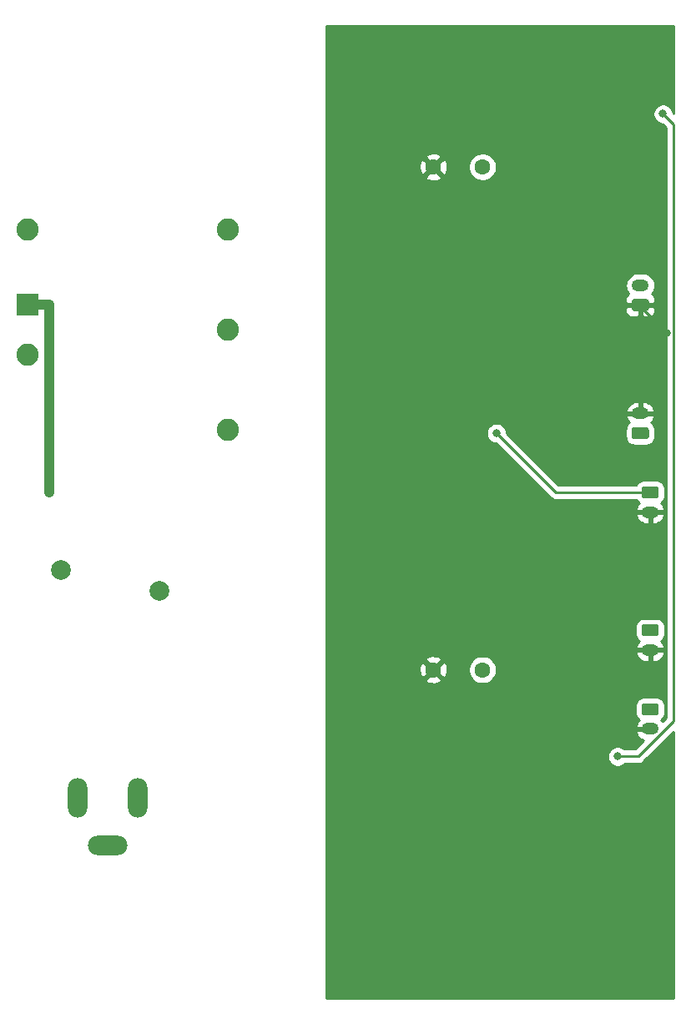
<source format=gbl>
G04 #@! TF.GenerationSoftware,KiCad,Pcbnew,(5.1.5-0)*
G04 #@! TF.CreationDate,2021-01-13T09:50:43-07:00*
G04 #@! TF.ProjectId,power_cui,706f7765-725f-4637-9569-2e6b69636164,rev?*
G04 #@! TF.SameCoordinates,Original*
G04 #@! TF.FileFunction,Copper,L2,Bot*
G04 #@! TF.FilePolarity,Positive*
%FSLAX46Y46*%
G04 Gerber Fmt 4.6, Leading zero omitted, Abs format (unit mm)*
G04 Created by KiCad (PCBNEW (5.1.5-0)) date 2021-01-13 09:50:43*
%MOMM*%
%LPD*%
G04 APERTURE LIST*
%ADD10C,1.600000*%
%ADD11O,2.000000X4.000000*%
%ADD12O,4.000000X2.000000*%
%ADD13O,1.750000X1.200000*%
%ADD14C,0.100000*%
%ADD15R,2.250000X2.250000*%
%ADD16C,2.250000*%
%ADD17C,2.000000*%
%ADD18C,0.800000*%
%ADD19C,1.000000*%
%ADD20C,0.250000*%
%ADD21C,0.254000*%
G04 APERTURE END LIST*
D10*
X135000000Y-65000000D03*
X130000000Y-65000000D03*
X130000000Y-116000000D03*
X135000000Y-116000000D03*
D11*
X100000000Y-129000000D03*
D12*
X97000000Y-133800000D03*
D11*
X93900000Y-129000000D03*
D13*
X151000000Y-90000000D03*
G04 #@! TA.AperFunction,ComponentPad*
D14*
G36*
X151649505Y-91401204D02*
G01*
X151673773Y-91404804D01*
X151697572Y-91410765D01*
X151720671Y-91419030D01*
X151742850Y-91429520D01*
X151763893Y-91442132D01*
X151783599Y-91456747D01*
X151801777Y-91473223D01*
X151818253Y-91491401D01*
X151832868Y-91511107D01*
X151845480Y-91532150D01*
X151855970Y-91554329D01*
X151864235Y-91577428D01*
X151870196Y-91601227D01*
X151873796Y-91625495D01*
X151875000Y-91649999D01*
X151875000Y-92350001D01*
X151873796Y-92374505D01*
X151870196Y-92398773D01*
X151864235Y-92422572D01*
X151855970Y-92445671D01*
X151845480Y-92467850D01*
X151832868Y-92488893D01*
X151818253Y-92508599D01*
X151801777Y-92526777D01*
X151783599Y-92543253D01*
X151763893Y-92557868D01*
X151742850Y-92570480D01*
X151720671Y-92580970D01*
X151697572Y-92589235D01*
X151673773Y-92595196D01*
X151649505Y-92598796D01*
X151625001Y-92600000D01*
X150374999Y-92600000D01*
X150350495Y-92598796D01*
X150326227Y-92595196D01*
X150302428Y-92589235D01*
X150279329Y-92580970D01*
X150257150Y-92570480D01*
X150236107Y-92557868D01*
X150216401Y-92543253D01*
X150198223Y-92526777D01*
X150181747Y-92508599D01*
X150167132Y-92488893D01*
X150154520Y-92467850D01*
X150144030Y-92445671D01*
X150135765Y-92422572D01*
X150129804Y-92398773D01*
X150126204Y-92374505D01*
X150125000Y-92350001D01*
X150125000Y-91649999D01*
X150126204Y-91625495D01*
X150129804Y-91601227D01*
X150135765Y-91577428D01*
X150144030Y-91554329D01*
X150154520Y-91532150D01*
X150167132Y-91511107D01*
X150181747Y-91491401D01*
X150198223Y-91473223D01*
X150216401Y-91456747D01*
X150236107Y-91442132D01*
X150257150Y-91429520D01*
X150279329Y-91419030D01*
X150302428Y-91410765D01*
X150326227Y-91404804D01*
X150350495Y-91401204D01*
X150374999Y-91400000D01*
X151625001Y-91400000D01*
X151649505Y-91401204D01*
G37*
G04 #@! TD.AperFunction*
D13*
X152000000Y-122000000D03*
G04 #@! TA.AperFunction,ComponentPad*
D14*
G36*
X152649505Y-119401204D02*
G01*
X152673773Y-119404804D01*
X152697572Y-119410765D01*
X152720671Y-119419030D01*
X152742850Y-119429520D01*
X152763893Y-119442132D01*
X152783599Y-119456747D01*
X152801777Y-119473223D01*
X152818253Y-119491401D01*
X152832868Y-119511107D01*
X152845480Y-119532150D01*
X152855970Y-119554329D01*
X152864235Y-119577428D01*
X152870196Y-119601227D01*
X152873796Y-119625495D01*
X152875000Y-119649999D01*
X152875000Y-120350001D01*
X152873796Y-120374505D01*
X152870196Y-120398773D01*
X152864235Y-120422572D01*
X152855970Y-120445671D01*
X152845480Y-120467850D01*
X152832868Y-120488893D01*
X152818253Y-120508599D01*
X152801777Y-120526777D01*
X152783599Y-120543253D01*
X152763893Y-120557868D01*
X152742850Y-120570480D01*
X152720671Y-120580970D01*
X152697572Y-120589235D01*
X152673773Y-120595196D01*
X152649505Y-120598796D01*
X152625001Y-120600000D01*
X151374999Y-120600000D01*
X151350495Y-120598796D01*
X151326227Y-120595196D01*
X151302428Y-120589235D01*
X151279329Y-120580970D01*
X151257150Y-120570480D01*
X151236107Y-120557868D01*
X151216401Y-120543253D01*
X151198223Y-120526777D01*
X151181747Y-120508599D01*
X151167132Y-120488893D01*
X151154520Y-120467850D01*
X151144030Y-120445671D01*
X151135765Y-120422572D01*
X151129804Y-120398773D01*
X151126204Y-120374505D01*
X151125000Y-120350001D01*
X151125000Y-119649999D01*
X151126204Y-119625495D01*
X151129804Y-119601227D01*
X151135765Y-119577428D01*
X151144030Y-119554329D01*
X151154520Y-119532150D01*
X151167132Y-119511107D01*
X151181747Y-119491401D01*
X151198223Y-119473223D01*
X151216401Y-119456747D01*
X151236107Y-119442132D01*
X151257150Y-119429520D01*
X151279329Y-119419030D01*
X151302428Y-119410765D01*
X151326227Y-119404804D01*
X151350495Y-119401204D01*
X151374999Y-119400000D01*
X152625001Y-119400000D01*
X152649505Y-119401204D01*
G37*
G04 #@! TD.AperFunction*
D13*
X151000000Y-77000000D03*
G04 #@! TA.AperFunction,ComponentPad*
D14*
G36*
X151649505Y-78401204D02*
G01*
X151673773Y-78404804D01*
X151697572Y-78410765D01*
X151720671Y-78419030D01*
X151742850Y-78429520D01*
X151763893Y-78442132D01*
X151783599Y-78456747D01*
X151801777Y-78473223D01*
X151818253Y-78491401D01*
X151832868Y-78511107D01*
X151845480Y-78532150D01*
X151855970Y-78554329D01*
X151864235Y-78577428D01*
X151870196Y-78601227D01*
X151873796Y-78625495D01*
X151875000Y-78649999D01*
X151875000Y-79350001D01*
X151873796Y-79374505D01*
X151870196Y-79398773D01*
X151864235Y-79422572D01*
X151855970Y-79445671D01*
X151845480Y-79467850D01*
X151832868Y-79488893D01*
X151818253Y-79508599D01*
X151801777Y-79526777D01*
X151783599Y-79543253D01*
X151763893Y-79557868D01*
X151742850Y-79570480D01*
X151720671Y-79580970D01*
X151697572Y-79589235D01*
X151673773Y-79595196D01*
X151649505Y-79598796D01*
X151625001Y-79600000D01*
X150374999Y-79600000D01*
X150350495Y-79598796D01*
X150326227Y-79595196D01*
X150302428Y-79589235D01*
X150279329Y-79580970D01*
X150257150Y-79570480D01*
X150236107Y-79557868D01*
X150216401Y-79543253D01*
X150198223Y-79526777D01*
X150181747Y-79508599D01*
X150167132Y-79488893D01*
X150154520Y-79467850D01*
X150144030Y-79445671D01*
X150135765Y-79422572D01*
X150129804Y-79398773D01*
X150126204Y-79374505D01*
X150125000Y-79350001D01*
X150125000Y-78649999D01*
X150126204Y-78625495D01*
X150129804Y-78601227D01*
X150135765Y-78577428D01*
X150144030Y-78554329D01*
X150154520Y-78532150D01*
X150167132Y-78511107D01*
X150181747Y-78491401D01*
X150198223Y-78473223D01*
X150216401Y-78456747D01*
X150236107Y-78442132D01*
X150257150Y-78429520D01*
X150279329Y-78419030D01*
X150302428Y-78410765D01*
X150326227Y-78404804D01*
X150350495Y-78401204D01*
X150374999Y-78400000D01*
X151625001Y-78400000D01*
X151649505Y-78401204D01*
G37*
G04 #@! TD.AperFunction*
D13*
X152000000Y-114000000D03*
G04 #@! TA.AperFunction,ComponentPad*
D14*
G36*
X152649505Y-111401204D02*
G01*
X152673773Y-111404804D01*
X152697572Y-111410765D01*
X152720671Y-111419030D01*
X152742850Y-111429520D01*
X152763893Y-111442132D01*
X152783599Y-111456747D01*
X152801777Y-111473223D01*
X152818253Y-111491401D01*
X152832868Y-111511107D01*
X152845480Y-111532150D01*
X152855970Y-111554329D01*
X152864235Y-111577428D01*
X152870196Y-111601227D01*
X152873796Y-111625495D01*
X152875000Y-111649999D01*
X152875000Y-112350001D01*
X152873796Y-112374505D01*
X152870196Y-112398773D01*
X152864235Y-112422572D01*
X152855970Y-112445671D01*
X152845480Y-112467850D01*
X152832868Y-112488893D01*
X152818253Y-112508599D01*
X152801777Y-112526777D01*
X152783599Y-112543253D01*
X152763893Y-112557868D01*
X152742850Y-112570480D01*
X152720671Y-112580970D01*
X152697572Y-112589235D01*
X152673773Y-112595196D01*
X152649505Y-112598796D01*
X152625001Y-112600000D01*
X151374999Y-112600000D01*
X151350495Y-112598796D01*
X151326227Y-112595196D01*
X151302428Y-112589235D01*
X151279329Y-112580970D01*
X151257150Y-112570480D01*
X151236107Y-112557868D01*
X151216401Y-112543253D01*
X151198223Y-112526777D01*
X151181747Y-112508599D01*
X151167132Y-112488893D01*
X151154520Y-112467850D01*
X151144030Y-112445671D01*
X151135765Y-112422572D01*
X151129804Y-112398773D01*
X151126204Y-112374505D01*
X151125000Y-112350001D01*
X151125000Y-111649999D01*
X151126204Y-111625495D01*
X151129804Y-111601227D01*
X151135765Y-111577428D01*
X151144030Y-111554329D01*
X151154520Y-111532150D01*
X151167132Y-111511107D01*
X151181747Y-111491401D01*
X151198223Y-111473223D01*
X151216401Y-111456747D01*
X151236107Y-111442132D01*
X151257150Y-111429520D01*
X151279329Y-111419030D01*
X151302428Y-111410765D01*
X151326227Y-111404804D01*
X151350495Y-111401204D01*
X151374999Y-111400000D01*
X152625001Y-111400000D01*
X152649505Y-111401204D01*
G37*
G04 #@! TD.AperFunction*
D13*
X152000000Y-100000000D03*
G04 #@! TA.AperFunction,ComponentPad*
D14*
G36*
X152649505Y-97401204D02*
G01*
X152673773Y-97404804D01*
X152697572Y-97410765D01*
X152720671Y-97419030D01*
X152742850Y-97429520D01*
X152763893Y-97442132D01*
X152783599Y-97456747D01*
X152801777Y-97473223D01*
X152818253Y-97491401D01*
X152832868Y-97511107D01*
X152845480Y-97532150D01*
X152855970Y-97554329D01*
X152864235Y-97577428D01*
X152870196Y-97601227D01*
X152873796Y-97625495D01*
X152875000Y-97649999D01*
X152875000Y-98350001D01*
X152873796Y-98374505D01*
X152870196Y-98398773D01*
X152864235Y-98422572D01*
X152855970Y-98445671D01*
X152845480Y-98467850D01*
X152832868Y-98488893D01*
X152818253Y-98508599D01*
X152801777Y-98526777D01*
X152783599Y-98543253D01*
X152763893Y-98557868D01*
X152742850Y-98570480D01*
X152720671Y-98580970D01*
X152697572Y-98589235D01*
X152673773Y-98595196D01*
X152649505Y-98598796D01*
X152625001Y-98600000D01*
X151374999Y-98600000D01*
X151350495Y-98598796D01*
X151326227Y-98595196D01*
X151302428Y-98589235D01*
X151279329Y-98580970D01*
X151257150Y-98570480D01*
X151236107Y-98557868D01*
X151216401Y-98543253D01*
X151198223Y-98526777D01*
X151181747Y-98508599D01*
X151167132Y-98488893D01*
X151154520Y-98467850D01*
X151144030Y-98445671D01*
X151135765Y-98422572D01*
X151129804Y-98398773D01*
X151126204Y-98374505D01*
X151125000Y-98350001D01*
X151125000Y-97649999D01*
X151126204Y-97625495D01*
X151129804Y-97601227D01*
X151135765Y-97577428D01*
X151144030Y-97554329D01*
X151154520Y-97532150D01*
X151167132Y-97511107D01*
X151181747Y-97491401D01*
X151198223Y-97473223D01*
X151216401Y-97456747D01*
X151236107Y-97442132D01*
X151257150Y-97429520D01*
X151279329Y-97419030D01*
X151302428Y-97410765D01*
X151326227Y-97404804D01*
X151350495Y-97401204D01*
X151374999Y-97400000D01*
X152625001Y-97400000D01*
X152649505Y-97401204D01*
G37*
G04 #@! TD.AperFunction*
D15*
X88840000Y-78960000D03*
D16*
X88840000Y-84040000D03*
X109160000Y-91660000D03*
X109160000Y-81500000D03*
X109160000Y-71340000D03*
X88840000Y-71340000D03*
D17*
X92200000Y-105900000D03*
X102200000Y-108000000D03*
D18*
X91000000Y-98000000D03*
X91000000Y-96000000D03*
X153675000Y-81800000D03*
X148700000Y-124800000D03*
X153300000Y-59600000D03*
X136400000Y-92000000D03*
D19*
X90965000Y-78960000D02*
X88840000Y-78960000D01*
X91000000Y-78995000D02*
X90965000Y-78960000D01*
X91000000Y-96000000D02*
X91000000Y-78995000D01*
X91000000Y-98000000D02*
X91000000Y-96000000D01*
D20*
X151000000Y-79125000D02*
X151000000Y-79000000D01*
X153675000Y-81800000D02*
X151000000Y-79125000D01*
X150783161Y-124800000D02*
X154400000Y-121183161D01*
X148700000Y-124800000D02*
X150783161Y-124800000D01*
X154400000Y-60700000D02*
X153300000Y-59600000D01*
X154400000Y-121183161D02*
X154400000Y-60700000D01*
X142400000Y-98000000D02*
X152000000Y-98000000D01*
X136400000Y-92000000D02*
X142400000Y-98000000D01*
D21*
G36*
X154340001Y-59565199D02*
G01*
X154335000Y-59560199D01*
X154335000Y-59498061D01*
X154295226Y-59298102D01*
X154217205Y-59109744D01*
X154103937Y-58940226D01*
X153959774Y-58796063D01*
X153790256Y-58682795D01*
X153601898Y-58604774D01*
X153401939Y-58565000D01*
X153198061Y-58565000D01*
X152998102Y-58604774D01*
X152809744Y-58682795D01*
X152640226Y-58796063D01*
X152496063Y-58940226D01*
X152382795Y-59109744D01*
X152304774Y-59298102D01*
X152265000Y-59498061D01*
X152265000Y-59701939D01*
X152304774Y-59901898D01*
X152382795Y-60090256D01*
X152496063Y-60259774D01*
X152640226Y-60403937D01*
X152809744Y-60517205D01*
X152998102Y-60595226D01*
X153198061Y-60635000D01*
X153260199Y-60635000D01*
X153640001Y-61014803D01*
X153640000Y-120868359D01*
X153259489Y-121248870D01*
X153238078Y-121216526D01*
X153113594Y-121090967D01*
X153118387Y-121088405D01*
X153252962Y-120977962D01*
X153363405Y-120843387D01*
X153445472Y-120689851D01*
X153496008Y-120523255D01*
X153513072Y-120350001D01*
X153513072Y-119649999D01*
X153496008Y-119476745D01*
X153445472Y-119310149D01*
X153363405Y-119156613D01*
X153252962Y-119022038D01*
X153118387Y-118911595D01*
X152964851Y-118829528D01*
X152798255Y-118778992D01*
X152625001Y-118761928D01*
X151374999Y-118761928D01*
X151201745Y-118778992D01*
X151035149Y-118829528D01*
X150881613Y-118911595D01*
X150747038Y-119022038D01*
X150636595Y-119156613D01*
X150554528Y-119310149D01*
X150503992Y-119476745D01*
X150486928Y-119649999D01*
X150486928Y-120350001D01*
X150503992Y-120523255D01*
X150554528Y-120689851D01*
X150636595Y-120843387D01*
X150747038Y-120977962D01*
X150881613Y-121088405D01*
X150886406Y-121090967D01*
X150761922Y-121216526D01*
X150627579Y-121419467D01*
X150535409Y-121644718D01*
X150531538Y-121682391D01*
X150656269Y-121873000D01*
X151873000Y-121873000D01*
X151873000Y-121853000D01*
X152127000Y-121853000D01*
X152127000Y-121873000D01*
X152147000Y-121873000D01*
X152147000Y-122127000D01*
X152127000Y-122127000D01*
X152127000Y-122147000D01*
X151873000Y-122147000D01*
X151873000Y-122127000D01*
X150656269Y-122127000D01*
X150531538Y-122317609D01*
X150535409Y-122355282D01*
X150627579Y-122580533D01*
X150761922Y-122783474D01*
X150933275Y-122956307D01*
X151135054Y-123092390D01*
X151332985Y-123175375D01*
X150468360Y-124040000D01*
X149403711Y-124040000D01*
X149359774Y-123996063D01*
X149190256Y-123882795D01*
X149001898Y-123804774D01*
X148801939Y-123765000D01*
X148598061Y-123765000D01*
X148398102Y-123804774D01*
X148209744Y-123882795D01*
X148040226Y-123996063D01*
X147896063Y-124140226D01*
X147782795Y-124309744D01*
X147704774Y-124498102D01*
X147665000Y-124698061D01*
X147665000Y-124901939D01*
X147704774Y-125101898D01*
X147782795Y-125290256D01*
X147896063Y-125459774D01*
X148040226Y-125603937D01*
X148209744Y-125717205D01*
X148398102Y-125795226D01*
X148598061Y-125835000D01*
X148801939Y-125835000D01*
X149001898Y-125795226D01*
X149190256Y-125717205D01*
X149359774Y-125603937D01*
X149403711Y-125560000D01*
X150745839Y-125560000D01*
X150783161Y-125563676D01*
X150820483Y-125560000D01*
X150820494Y-125560000D01*
X150932147Y-125549003D01*
X151075408Y-125505546D01*
X151207437Y-125434974D01*
X151323162Y-125340001D01*
X151346965Y-125310997D01*
X154340000Y-122317963D01*
X154340000Y-149340000D01*
X119127000Y-149340000D01*
X119127000Y-116992702D01*
X129186903Y-116992702D01*
X129258486Y-117236671D01*
X129513996Y-117357571D01*
X129788184Y-117426300D01*
X130070512Y-117440217D01*
X130350130Y-117398787D01*
X130616292Y-117303603D01*
X130741514Y-117236671D01*
X130813097Y-116992702D01*
X130000000Y-116179605D01*
X129186903Y-116992702D01*
X119127000Y-116992702D01*
X119127000Y-116070512D01*
X128559783Y-116070512D01*
X128601213Y-116350130D01*
X128696397Y-116616292D01*
X128763329Y-116741514D01*
X129007298Y-116813097D01*
X129820395Y-116000000D01*
X130179605Y-116000000D01*
X130992702Y-116813097D01*
X131236671Y-116741514D01*
X131357571Y-116486004D01*
X131426300Y-116211816D01*
X131440217Y-115929488D01*
X131429724Y-115858665D01*
X133565000Y-115858665D01*
X133565000Y-116141335D01*
X133620147Y-116418574D01*
X133728320Y-116679727D01*
X133885363Y-116914759D01*
X134085241Y-117114637D01*
X134320273Y-117271680D01*
X134581426Y-117379853D01*
X134858665Y-117435000D01*
X135141335Y-117435000D01*
X135418574Y-117379853D01*
X135679727Y-117271680D01*
X135914759Y-117114637D01*
X136114637Y-116914759D01*
X136271680Y-116679727D01*
X136379853Y-116418574D01*
X136435000Y-116141335D01*
X136435000Y-115858665D01*
X136379853Y-115581426D01*
X136271680Y-115320273D01*
X136114637Y-115085241D01*
X135914759Y-114885363D01*
X135679727Y-114728320D01*
X135418574Y-114620147D01*
X135141335Y-114565000D01*
X134858665Y-114565000D01*
X134581426Y-114620147D01*
X134320273Y-114728320D01*
X134085241Y-114885363D01*
X133885363Y-115085241D01*
X133728320Y-115320273D01*
X133620147Y-115581426D01*
X133565000Y-115858665D01*
X131429724Y-115858665D01*
X131398787Y-115649870D01*
X131303603Y-115383708D01*
X131236671Y-115258486D01*
X130992702Y-115186903D01*
X130179605Y-116000000D01*
X129820395Y-116000000D01*
X129007298Y-115186903D01*
X128763329Y-115258486D01*
X128642429Y-115513996D01*
X128573700Y-115788184D01*
X128559783Y-116070512D01*
X119127000Y-116070512D01*
X119127000Y-115007298D01*
X129186903Y-115007298D01*
X130000000Y-115820395D01*
X130813097Y-115007298D01*
X130741514Y-114763329D01*
X130486004Y-114642429D01*
X130211816Y-114573700D01*
X129929488Y-114559783D01*
X129649870Y-114601213D01*
X129383708Y-114696397D01*
X129258486Y-114763329D01*
X129186903Y-115007298D01*
X119127000Y-115007298D01*
X119127000Y-114317609D01*
X150531538Y-114317609D01*
X150535409Y-114355282D01*
X150627579Y-114580533D01*
X150761922Y-114783474D01*
X150933275Y-114956307D01*
X151135054Y-115092390D01*
X151359504Y-115186493D01*
X151598000Y-115235000D01*
X151873000Y-115235000D01*
X151873000Y-114127000D01*
X152127000Y-114127000D01*
X152127000Y-115235000D01*
X152402000Y-115235000D01*
X152640496Y-115186493D01*
X152864946Y-115092390D01*
X153066725Y-114956307D01*
X153238078Y-114783474D01*
X153372421Y-114580533D01*
X153464591Y-114355282D01*
X153468462Y-114317609D01*
X153343731Y-114127000D01*
X152127000Y-114127000D01*
X151873000Y-114127000D01*
X150656269Y-114127000D01*
X150531538Y-114317609D01*
X119127000Y-114317609D01*
X119127000Y-111649999D01*
X150486928Y-111649999D01*
X150486928Y-112350001D01*
X150503992Y-112523255D01*
X150554528Y-112689851D01*
X150636595Y-112843387D01*
X150747038Y-112977962D01*
X150881613Y-113088405D01*
X150886406Y-113090967D01*
X150761922Y-113216526D01*
X150627579Y-113419467D01*
X150535409Y-113644718D01*
X150531538Y-113682391D01*
X150656269Y-113873000D01*
X151873000Y-113873000D01*
X151873000Y-113853000D01*
X152127000Y-113853000D01*
X152127000Y-113873000D01*
X153343731Y-113873000D01*
X153468462Y-113682391D01*
X153464591Y-113644718D01*
X153372421Y-113419467D01*
X153238078Y-113216526D01*
X153113594Y-113090967D01*
X153118387Y-113088405D01*
X153252962Y-112977962D01*
X153363405Y-112843387D01*
X153445472Y-112689851D01*
X153496008Y-112523255D01*
X153513072Y-112350001D01*
X153513072Y-111649999D01*
X153496008Y-111476745D01*
X153445472Y-111310149D01*
X153363405Y-111156613D01*
X153252962Y-111022038D01*
X153118387Y-110911595D01*
X152964851Y-110829528D01*
X152798255Y-110778992D01*
X152625001Y-110761928D01*
X151374999Y-110761928D01*
X151201745Y-110778992D01*
X151035149Y-110829528D01*
X150881613Y-110911595D01*
X150747038Y-111022038D01*
X150636595Y-111156613D01*
X150554528Y-111310149D01*
X150503992Y-111476745D01*
X150486928Y-111649999D01*
X119127000Y-111649999D01*
X119127000Y-100317609D01*
X150531538Y-100317609D01*
X150535409Y-100355282D01*
X150627579Y-100580533D01*
X150761922Y-100783474D01*
X150933275Y-100956307D01*
X151135054Y-101092390D01*
X151359504Y-101186493D01*
X151598000Y-101235000D01*
X151873000Y-101235000D01*
X151873000Y-100127000D01*
X152127000Y-100127000D01*
X152127000Y-101235000D01*
X152402000Y-101235000D01*
X152640496Y-101186493D01*
X152864946Y-101092390D01*
X153066725Y-100956307D01*
X153238078Y-100783474D01*
X153372421Y-100580533D01*
X153464591Y-100355282D01*
X153468462Y-100317609D01*
X153343731Y-100127000D01*
X152127000Y-100127000D01*
X151873000Y-100127000D01*
X150656269Y-100127000D01*
X150531538Y-100317609D01*
X119127000Y-100317609D01*
X119127000Y-91898061D01*
X135365000Y-91898061D01*
X135365000Y-92101939D01*
X135404774Y-92301898D01*
X135482795Y-92490256D01*
X135596063Y-92659774D01*
X135740226Y-92803937D01*
X135909744Y-92917205D01*
X136098102Y-92995226D01*
X136298061Y-93035000D01*
X136360199Y-93035000D01*
X141836205Y-98511008D01*
X141859999Y-98540001D01*
X141888992Y-98563795D01*
X141888996Y-98563799D01*
X141959685Y-98621811D01*
X141975724Y-98634974D01*
X142107753Y-98705546D01*
X142251014Y-98749003D01*
X142362667Y-98760000D01*
X142362676Y-98760000D01*
X142399999Y-98763676D01*
X142437322Y-98760000D01*
X150592024Y-98760000D01*
X150636595Y-98843387D01*
X150747038Y-98977962D01*
X150881613Y-99088405D01*
X150886406Y-99090967D01*
X150761922Y-99216526D01*
X150627579Y-99419467D01*
X150535409Y-99644718D01*
X150531538Y-99682391D01*
X150656269Y-99873000D01*
X151873000Y-99873000D01*
X151873000Y-99853000D01*
X152127000Y-99853000D01*
X152127000Y-99873000D01*
X153343731Y-99873000D01*
X153468462Y-99682391D01*
X153464591Y-99644718D01*
X153372421Y-99419467D01*
X153238078Y-99216526D01*
X153113594Y-99090967D01*
X153118387Y-99088405D01*
X153252962Y-98977962D01*
X153363405Y-98843387D01*
X153445472Y-98689851D01*
X153496008Y-98523255D01*
X153513072Y-98350001D01*
X153513072Y-97649999D01*
X153496008Y-97476745D01*
X153445472Y-97310149D01*
X153363405Y-97156613D01*
X153252962Y-97022038D01*
X153118387Y-96911595D01*
X152964851Y-96829528D01*
X152798255Y-96778992D01*
X152625001Y-96761928D01*
X151374999Y-96761928D01*
X151201745Y-96778992D01*
X151035149Y-96829528D01*
X150881613Y-96911595D01*
X150747038Y-97022038D01*
X150636595Y-97156613D01*
X150592024Y-97240000D01*
X142714803Y-97240000D01*
X137435000Y-91960199D01*
X137435000Y-91898061D01*
X137395226Y-91698102D01*
X137375301Y-91649999D01*
X149486928Y-91649999D01*
X149486928Y-92350001D01*
X149503992Y-92523255D01*
X149554528Y-92689851D01*
X149636595Y-92843387D01*
X149747038Y-92977962D01*
X149881613Y-93088405D01*
X150035149Y-93170472D01*
X150201745Y-93221008D01*
X150374999Y-93238072D01*
X151625001Y-93238072D01*
X151798255Y-93221008D01*
X151964851Y-93170472D01*
X152118387Y-93088405D01*
X152252962Y-92977962D01*
X152363405Y-92843387D01*
X152445472Y-92689851D01*
X152496008Y-92523255D01*
X152513072Y-92350001D01*
X152513072Y-91649999D01*
X152496008Y-91476745D01*
X152445472Y-91310149D01*
X152363405Y-91156613D01*
X152252962Y-91022038D01*
X152118387Y-90911595D01*
X152113594Y-90909033D01*
X152238078Y-90783474D01*
X152372421Y-90580533D01*
X152464591Y-90355282D01*
X152468462Y-90317609D01*
X152343731Y-90127000D01*
X151127000Y-90127000D01*
X151127000Y-90147000D01*
X150873000Y-90147000D01*
X150873000Y-90127000D01*
X149656269Y-90127000D01*
X149531538Y-90317609D01*
X149535409Y-90355282D01*
X149627579Y-90580533D01*
X149761922Y-90783474D01*
X149886406Y-90909033D01*
X149881613Y-90911595D01*
X149747038Y-91022038D01*
X149636595Y-91156613D01*
X149554528Y-91310149D01*
X149503992Y-91476745D01*
X149486928Y-91649999D01*
X137375301Y-91649999D01*
X137317205Y-91509744D01*
X137203937Y-91340226D01*
X137059774Y-91196063D01*
X136890256Y-91082795D01*
X136701898Y-91004774D01*
X136501939Y-90965000D01*
X136298061Y-90965000D01*
X136098102Y-91004774D01*
X135909744Y-91082795D01*
X135740226Y-91196063D01*
X135596063Y-91340226D01*
X135482795Y-91509744D01*
X135404774Y-91698102D01*
X135365000Y-91898061D01*
X119127000Y-91898061D01*
X119127000Y-89682391D01*
X149531538Y-89682391D01*
X149656269Y-89873000D01*
X150873000Y-89873000D01*
X150873000Y-88765000D01*
X151127000Y-88765000D01*
X151127000Y-89873000D01*
X152343731Y-89873000D01*
X152468462Y-89682391D01*
X152464591Y-89644718D01*
X152372421Y-89419467D01*
X152238078Y-89216526D01*
X152066725Y-89043693D01*
X151864946Y-88907610D01*
X151640496Y-88813507D01*
X151402000Y-88765000D01*
X151127000Y-88765000D01*
X150873000Y-88765000D01*
X150598000Y-88765000D01*
X150359504Y-88813507D01*
X150135054Y-88907610D01*
X149933275Y-89043693D01*
X149761922Y-89216526D01*
X149627579Y-89419467D01*
X149535409Y-89644718D01*
X149531538Y-89682391D01*
X119127000Y-89682391D01*
X119127000Y-79600000D01*
X149486928Y-79600000D01*
X149499188Y-79724482D01*
X149535498Y-79844180D01*
X149594463Y-79954494D01*
X149673815Y-80051185D01*
X149770506Y-80130537D01*
X149880820Y-80189502D01*
X150000518Y-80225812D01*
X150125000Y-80238072D01*
X150714250Y-80235000D01*
X150873000Y-80076250D01*
X150873000Y-79127000D01*
X151127000Y-79127000D01*
X151127000Y-80076250D01*
X151285750Y-80235000D01*
X151875000Y-80238072D01*
X151999482Y-80225812D01*
X152119180Y-80189502D01*
X152229494Y-80130537D01*
X152326185Y-80051185D01*
X152405537Y-79954494D01*
X152464502Y-79844180D01*
X152500812Y-79724482D01*
X152513072Y-79600000D01*
X152510000Y-79285750D01*
X152351250Y-79127000D01*
X151127000Y-79127000D01*
X150873000Y-79127000D01*
X149648750Y-79127000D01*
X149490000Y-79285750D01*
X149486928Y-79600000D01*
X119127000Y-79600000D01*
X119127000Y-77000000D01*
X149484025Y-77000000D01*
X149507870Y-77242102D01*
X149578489Y-77474901D01*
X149693167Y-77689449D01*
X149819436Y-77843309D01*
X149770506Y-77869463D01*
X149673815Y-77948815D01*
X149594463Y-78045506D01*
X149535498Y-78155820D01*
X149499188Y-78275518D01*
X149486928Y-78400000D01*
X149490000Y-78714250D01*
X149648750Y-78873000D01*
X150873000Y-78873000D01*
X150873000Y-78853000D01*
X151127000Y-78853000D01*
X151127000Y-78873000D01*
X152351250Y-78873000D01*
X152510000Y-78714250D01*
X152513072Y-78400000D01*
X152500812Y-78275518D01*
X152464502Y-78155820D01*
X152405537Y-78045506D01*
X152326185Y-77948815D01*
X152229494Y-77869463D01*
X152180564Y-77843309D01*
X152306833Y-77689449D01*
X152421511Y-77474901D01*
X152492130Y-77242102D01*
X152515975Y-77000000D01*
X152492130Y-76757898D01*
X152421511Y-76525099D01*
X152306833Y-76310551D01*
X152152502Y-76122498D01*
X151964449Y-75968167D01*
X151749901Y-75853489D01*
X151517102Y-75782870D01*
X151335665Y-75765000D01*
X150664335Y-75765000D01*
X150482898Y-75782870D01*
X150250099Y-75853489D01*
X150035551Y-75968167D01*
X149847498Y-76122498D01*
X149693167Y-76310551D01*
X149578489Y-76525099D01*
X149507870Y-76757898D01*
X149484025Y-77000000D01*
X119127000Y-77000000D01*
X119127000Y-65992702D01*
X129186903Y-65992702D01*
X129258486Y-66236671D01*
X129513996Y-66357571D01*
X129788184Y-66426300D01*
X130070512Y-66440217D01*
X130350130Y-66398787D01*
X130616292Y-66303603D01*
X130741514Y-66236671D01*
X130813097Y-65992702D01*
X130000000Y-65179605D01*
X129186903Y-65992702D01*
X119127000Y-65992702D01*
X119127000Y-65070512D01*
X128559783Y-65070512D01*
X128601213Y-65350130D01*
X128696397Y-65616292D01*
X128763329Y-65741514D01*
X129007298Y-65813097D01*
X129820395Y-65000000D01*
X130179605Y-65000000D01*
X130992702Y-65813097D01*
X131236671Y-65741514D01*
X131357571Y-65486004D01*
X131426300Y-65211816D01*
X131440217Y-64929488D01*
X131429724Y-64858665D01*
X133565000Y-64858665D01*
X133565000Y-65141335D01*
X133620147Y-65418574D01*
X133728320Y-65679727D01*
X133885363Y-65914759D01*
X134085241Y-66114637D01*
X134320273Y-66271680D01*
X134581426Y-66379853D01*
X134858665Y-66435000D01*
X135141335Y-66435000D01*
X135418574Y-66379853D01*
X135679727Y-66271680D01*
X135914759Y-66114637D01*
X136114637Y-65914759D01*
X136271680Y-65679727D01*
X136379853Y-65418574D01*
X136435000Y-65141335D01*
X136435000Y-64858665D01*
X136379853Y-64581426D01*
X136271680Y-64320273D01*
X136114637Y-64085241D01*
X135914759Y-63885363D01*
X135679727Y-63728320D01*
X135418574Y-63620147D01*
X135141335Y-63565000D01*
X134858665Y-63565000D01*
X134581426Y-63620147D01*
X134320273Y-63728320D01*
X134085241Y-63885363D01*
X133885363Y-64085241D01*
X133728320Y-64320273D01*
X133620147Y-64581426D01*
X133565000Y-64858665D01*
X131429724Y-64858665D01*
X131398787Y-64649870D01*
X131303603Y-64383708D01*
X131236671Y-64258486D01*
X130992702Y-64186903D01*
X130179605Y-65000000D01*
X129820395Y-65000000D01*
X129007298Y-64186903D01*
X128763329Y-64258486D01*
X128642429Y-64513996D01*
X128573700Y-64788184D01*
X128559783Y-65070512D01*
X119127000Y-65070512D01*
X119127000Y-64007298D01*
X129186903Y-64007298D01*
X130000000Y-64820395D01*
X130813097Y-64007298D01*
X130741514Y-63763329D01*
X130486004Y-63642429D01*
X130211816Y-63573700D01*
X129929488Y-63559783D01*
X129649870Y-63601213D01*
X129383708Y-63696397D01*
X129258486Y-63763329D01*
X129186903Y-64007298D01*
X119127000Y-64007298D01*
X119127000Y-50660000D01*
X154340001Y-50660000D01*
X154340001Y-59565199D01*
G37*
X154340001Y-59565199D02*
X154335000Y-59560199D01*
X154335000Y-59498061D01*
X154295226Y-59298102D01*
X154217205Y-59109744D01*
X154103937Y-58940226D01*
X153959774Y-58796063D01*
X153790256Y-58682795D01*
X153601898Y-58604774D01*
X153401939Y-58565000D01*
X153198061Y-58565000D01*
X152998102Y-58604774D01*
X152809744Y-58682795D01*
X152640226Y-58796063D01*
X152496063Y-58940226D01*
X152382795Y-59109744D01*
X152304774Y-59298102D01*
X152265000Y-59498061D01*
X152265000Y-59701939D01*
X152304774Y-59901898D01*
X152382795Y-60090256D01*
X152496063Y-60259774D01*
X152640226Y-60403937D01*
X152809744Y-60517205D01*
X152998102Y-60595226D01*
X153198061Y-60635000D01*
X153260199Y-60635000D01*
X153640001Y-61014803D01*
X153640000Y-120868359D01*
X153259489Y-121248870D01*
X153238078Y-121216526D01*
X153113594Y-121090967D01*
X153118387Y-121088405D01*
X153252962Y-120977962D01*
X153363405Y-120843387D01*
X153445472Y-120689851D01*
X153496008Y-120523255D01*
X153513072Y-120350001D01*
X153513072Y-119649999D01*
X153496008Y-119476745D01*
X153445472Y-119310149D01*
X153363405Y-119156613D01*
X153252962Y-119022038D01*
X153118387Y-118911595D01*
X152964851Y-118829528D01*
X152798255Y-118778992D01*
X152625001Y-118761928D01*
X151374999Y-118761928D01*
X151201745Y-118778992D01*
X151035149Y-118829528D01*
X150881613Y-118911595D01*
X150747038Y-119022038D01*
X150636595Y-119156613D01*
X150554528Y-119310149D01*
X150503992Y-119476745D01*
X150486928Y-119649999D01*
X150486928Y-120350001D01*
X150503992Y-120523255D01*
X150554528Y-120689851D01*
X150636595Y-120843387D01*
X150747038Y-120977962D01*
X150881613Y-121088405D01*
X150886406Y-121090967D01*
X150761922Y-121216526D01*
X150627579Y-121419467D01*
X150535409Y-121644718D01*
X150531538Y-121682391D01*
X150656269Y-121873000D01*
X151873000Y-121873000D01*
X151873000Y-121853000D01*
X152127000Y-121853000D01*
X152127000Y-121873000D01*
X152147000Y-121873000D01*
X152147000Y-122127000D01*
X152127000Y-122127000D01*
X152127000Y-122147000D01*
X151873000Y-122147000D01*
X151873000Y-122127000D01*
X150656269Y-122127000D01*
X150531538Y-122317609D01*
X150535409Y-122355282D01*
X150627579Y-122580533D01*
X150761922Y-122783474D01*
X150933275Y-122956307D01*
X151135054Y-123092390D01*
X151332985Y-123175375D01*
X150468360Y-124040000D01*
X149403711Y-124040000D01*
X149359774Y-123996063D01*
X149190256Y-123882795D01*
X149001898Y-123804774D01*
X148801939Y-123765000D01*
X148598061Y-123765000D01*
X148398102Y-123804774D01*
X148209744Y-123882795D01*
X148040226Y-123996063D01*
X147896063Y-124140226D01*
X147782795Y-124309744D01*
X147704774Y-124498102D01*
X147665000Y-124698061D01*
X147665000Y-124901939D01*
X147704774Y-125101898D01*
X147782795Y-125290256D01*
X147896063Y-125459774D01*
X148040226Y-125603937D01*
X148209744Y-125717205D01*
X148398102Y-125795226D01*
X148598061Y-125835000D01*
X148801939Y-125835000D01*
X149001898Y-125795226D01*
X149190256Y-125717205D01*
X149359774Y-125603937D01*
X149403711Y-125560000D01*
X150745839Y-125560000D01*
X150783161Y-125563676D01*
X150820483Y-125560000D01*
X150820494Y-125560000D01*
X150932147Y-125549003D01*
X151075408Y-125505546D01*
X151207437Y-125434974D01*
X151323162Y-125340001D01*
X151346965Y-125310997D01*
X154340000Y-122317963D01*
X154340000Y-149340000D01*
X119127000Y-149340000D01*
X119127000Y-116992702D01*
X129186903Y-116992702D01*
X129258486Y-117236671D01*
X129513996Y-117357571D01*
X129788184Y-117426300D01*
X130070512Y-117440217D01*
X130350130Y-117398787D01*
X130616292Y-117303603D01*
X130741514Y-117236671D01*
X130813097Y-116992702D01*
X130000000Y-116179605D01*
X129186903Y-116992702D01*
X119127000Y-116992702D01*
X119127000Y-116070512D01*
X128559783Y-116070512D01*
X128601213Y-116350130D01*
X128696397Y-116616292D01*
X128763329Y-116741514D01*
X129007298Y-116813097D01*
X129820395Y-116000000D01*
X130179605Y-116000000D01*
X130992702Y-116813097D01*
X131236671Y-116741514D01*
X131357571Y-116486004D01*
X131426300Y-116211816D01*
X131440217Y-115929488D01*
X131429724Y-115858665D01*
X133565000Y-115858665D01*
X133565000Y-116141335D01*
X133620147Y-116418574D01*
X133728320Y-116679727D01*
X133885363Y-116914759D01*
X134085241Y-117114637D01*
X134320273Y-117271680D01*
X134581426Y-117379853D01*
X134858665Y-117435000D01*
X135141335Y-117435000D01*
X135418574Y-117379853D01*
X135679727Y-117271680D01*
X135914759Y-117114637D01*
X136114637Y-116914759D01*
X136271680Y-116679727D01*
X136379853Y-116418574D01*
X136435000Y-116141335D01*
X136435000Y-115858665D01*
X136379853Y-115581426D01*
X136271680Y-115320273D01*
X136114637Y-115085241D01*
X135914759Y-114885363D01*
X135679727Y-114728320D01*
X135418574Y-114620147D01*
X135141335Y-114565000D01*
X134858665Y-114565000D01*
X134581426Y-114620147D01*
X134320273Y-114728320D01*
X134085241Y-114885363D01*
X133885363Y-115085241D01*
X133728320Y-115320273D01*
X133620147Y-115581426D01*
X133565000Y-115858665D01*
X131429724Y-115858665D01*
X131398787Y-115649870D01*
X131303603Y-115383708D01*
X131236671Y-115258486D01*
X130992702Y-115186903D01*
X130179605Y-116000000D01*
X129820395Y-116000000D01*
X129007298Y-115186903D01*
X128763329Y-115258486D01*
X128642429Y-115513996D01*
X128573700Y-115788184D01*
X128559783Y-116070512D01*
X119127000Y-116070512D01*
X119127000Y-115007298D01*
X129186903Y-115007298D01*
X130000000Y-115820395D01*
X130813097Y-115007298D01*
X130741514Y-114763329D01*
X130486004Y-114642429D01*
X130211816Y-114573700D01*
X129929488Y-114559783D01*
X129649870Y-114601213D01*
X129383708Y-114696397D01*
X129258486Y-114763329D01*
X129186903Y-115007298D01*
X119127000Y-115007298D01*
X119127000Y-114317609D01*
X150531538Y-114317609D01*
X150535409Y-114355282D01*
X150627579Y-114580533D01*
X150761922Y-114783474D01*
X150933275Y-114956307D01*
X151135054Y-115092390D01*
X151359504Y-115186493D01*
X151598000Y-115235000D01*
X151873000Y-115235000D01*
X151873000Y-114127000D01*
X152127000Y-114127000D01*
X152127000Y-115235000D01*
X152402000Y-115235000D01*
X152640496Y-115186493D01*
X152864946Y-115092390D01*
X153066725Y-114956307D01*
X153238078Y-114783474D01*
X153372421Y-114580533D01*
X153464591Y-114355282D01*
X153468462Y-114317609D01*
X153343731Y-114127000D01*
X152127000Y-114127000D01*
X151873000Y-114127000D01*
X150656269Y-114127000D01*
X150531538Y-114317609D01*
X119127000Y-114317609D01*
X119127000Y-111649999D01*
X150486928Y-111649999D01*
X150486928Y-112350001D01*
X150503992Y-112523255D01*
X150554528Y-112689851D01*
X150636595Y-112843387D01*
X150747038Y-112977962D01*
X150881613Y-113088405D01*
X150886406Y-113090967D01*
X150761922Y-113216526D01*
X150627579Y-113419467D01*
X150535409Y-113644718D01*
X150531538Y-113682391D01*
X150656269Y-113873000D01*
X151873000Y-113873000D01*
X151873000Y-113853000D01*
X152127000Y-113853000D01*
X152127000Y-113873000D01*
X153343731Y-113873000D01*
X153468462Y-113682391D01*
X153464591Y-113644718D01*
X153372421Y-113419467D01*
X153238078Y-113216526D01*
X153113594Y-113090967D01*
X153118387Y-113088405D01*
X153252962Y-112977962D01*
X153363405Y-112843387D01*
X153445472Y-112689851D01*
X153496008Y-112523255D01*
X153513072Y-112350001D01*
X153513072Y-111649999D01*
X153496008Y-111476745D01*
X153445472Y-111310149D01*
X153363405Y-111156613D01*
X153252962Y-111022038D01*
X153118387Y-110911595D01*
X152964851Y-110829528D01*
X152798255Y-110778992D01*
X152625001Y-110761928D01*
X151374999Y-110761928D01*
X151201745Y-110778992D01*
X151035149Y-110829528D01*
X150881613Y-110911595D01*
X150747038Y-111022038D01*
X150636595Y-111156613D01*
X150554528Y-111310149D01*
X150503992Y-111476745D01*
X150486928Y-111649999D01*
X119127000Y-111649999D01*
X119127000Y-100317609D01*
X150531538Y-100317609D01*
X150535409Y-100355282D01*
X150627579Y-100580533D01*
X150761922Y-100783474D01*
X150933275Y-100956307D01*
X151135054Y-101092390D01*
X151359504Y-101186493D01*
X151598000Y-101235000D01*
X151873000Y-101235000D01*
X151873000Y-100127000D01*
X152127000Y-100127000D01*
X152127000Y-101235000D01*
X152402000Y-101235000D01*
X152640496Y-101186493D01*
X152864946Y-101092390D01*
X153066725Y-100956307D01*
X153238078Y-100783474D01*
X153372421Y-100580533D01*
X153464591Y-100355282D01*
X153468462Y-100317609D01*
X153343731Y-100127000D01*
X152127000Y-100127000D01*
X151873000Y-100127000D01*
X150656269Y-100127000D01*
X150531538Y-100317609D01*
X119127000Y-100317609D01*
X119127000Y-91898061D01*
X135365000Y-91898061D01*
X135365000Y-92101939D01*
X135404774Y-92301898D01*
X135482795Y-92490256D01*
X135596063Y-92659774D01*
X135740226Y-92803937D01*
X135909744Y-92917205D01*
X136098102Y-92995226D01*
X136298061Y-93035000D01*
X136360199Y-93035000D01*
X141836205Y-98511008D01*
X141859999Y-98540001D01*
X141888992Y-98563795D01*
X141888996Y-98563799D01*
X141959685Y-98621811D01*
X141975724Y-98634974D01*
X142107753Y-98705546D01*
X142251014Y-98749003D01*
X142362667Y-98760000D01*
X142362676Y-98760000D01*
X142399999Y-98763676D01*
X142437322Y-98760000D01*
X150592024Y-98760000D01*
X150636595Y-98843387D01*
X150747038Y-98977962D01*
X150881613Y-99088405D01*
X150886406Y-99090967D01*
X150761922Y-99216526D01*
X150627579Y-99419467D01*
X150535409Y-99644718D01*
X150531538Y-99682391D01*
X150656269Y-99873000D01*
X151873000Y-99873000D01*
X151873000Y-99853000D01*
X152127000Y-99853000D01*
X152127000Y-99873000D01*
X153343731Y-99873000D01*
X153468462Y-99682391D01*
X153464591Y-99644718D01*
X153372421Y-99419467D01*
X153238078Y-99216526D01*
X153113594Y-99090967D01*
X153118387Y-99088405D01*
X153252962Y-98977962D01*
X153363405Y-98843387D01*
X153445472Y-98689851D01*
X153496008Y-98523255D01*
X153513072Y-98350001D01*
X153513072Y-97649999D01*
X153496008Y-97476745D01*
X153445472Y-97310149D01*
X153363405Y-97156613D01*
X153252962Y-97022038D01*
X153118387Y-96911595D01*
X152964851Y-96829528D01*
X152798255Y-96778992D01*
X152625001Y-96761928D01*
X151374999Y-96761928D01*
X151201745Y-96778992D01*
X151035149Y-96829528D01*
X150881613Y-96911595D01*
X150747038Y-97022038D01*
X150636595Y-97156613D01*
X150592024Y-97240000D01*
X142714803Y-97240000D01*
X137435000Y-91960199D01*
X137435000Y-91898061D01*
X137395226Y-91698102D01*
X137375301Y-91649999D01*
X149486928Y-91649999D01*
X149486928Y-92350001D01*
X149503992Y-92523255D01*
X149554528Y-92689851D01*
X149636595Y-92843387D01*
X149747038Y-92977962D01*
X149881613Y-93088405D01*
X150035149Y-93170472D01*
X150201745Y-93221008D01*
X150374999Y-93238072D01*
X151625001Y-93238072D01*
X151798255Y-93221008D01*
X151964851Y-93170472D01*
X152118387Y-93088405D01*
X152252962Y-92977962D01*
X152363405Y-92843387D01*
X152445472Y-92689851D01*
X152496008Y-92523255D01*
X152513072Y-92350001D01*
X152513072Y-91649999D01*
X152496008Y-91476745D01*
X152445472Y-91310149D01*
X152363405Y-91156613D01*
X152252962Y-91022038D01*
X152118387Y-90911595D01*
X152113594Y-90909033D01*
X152238078Y-90783474D01*
X152372421Y-90580533D01*
X152464591Y-90355282D01*
X152468462Y-90317609D01*
X152343731Y-90127000D01*
X151127000Y-90127000D01*
X151127000Y-90147000D01*
X150873000Y-90147000D01*
X150873000Y-90127000D01*
X149656269Y-90127000D01*
X149531538Y-90317609D01*
X149535409Y-90355282D01*
X149627579Y-90580533D01*
X149761922Y-90783474D01*
X149886406Y-90909033D01*
X149881613Y-90911595D01*
X149747038Y-91022038D01*
X149636595Y-91156613D01*
X149554528Y-91310149D01*
X149503992Y-91476745D01*
X149486928Y-91649999D01*
X137375301Y-91649999D01*
X137317205Y-91509744D01*
X137203937Y-91340226D01*
X137059774Y-91196063D01*
X136890256Y-91082795D01*
X136701898Y-91004774D01*
X136501939Y-90965000D01*
X136298061Y-90965000D01*
X136098102Y-91004774D01*
X135909744Y-91082795D01*
X135740226Y-91196063D01*
X135596063Y-91340226D01*
X135482795Y-91509744D01*
X135404774Y-91698102D01*
X135365000Y-91898061D01*
X119127000Y-91898061D01*
X119127000Y-89682391D01*
X149531538Y-89682391D01*
X149656269Y-89873000D01*
X150873000Y-89873000D01*
X150873000Y-88765000D01*
X151127000Y-88765000D01*
X151127000Y-89873000D01*
X152343731Y-89873000D01*
X152468462Y-89682391D01*
X152464591Y-89644718D01*
X152372421Y-89419467D01*
X152238078Y-89216526D01*
X152066725Y-89043693D01*
X151864946Y-88907610D01*
X151640496Y-88813507D01*
X151402000Y-88765000D01*
X151127000Y-88765000D01*
X150873000Y-88765000D01*
X150598000Y-88765000D01*
X150359504Y-88813507D01*
X150135054Y-88907610D01*
X149933275Y-89043693D01*
X149761922Y-89216526D01*
X149627579Y-89419467D01*
X149535409Y-89644718D01*
X149531538Y-89682391D01*
X119127000Y-89682391D01*
X119127000Y-79600000D01*
X149486928Y-79600000D01*
X149499188Y-79724482D01*
X149535498Y-79844180D01*
X149594463Y-79954494D01*
X149673815Y-80051185D01*
X149770506Y-80130537D01*
X149880820Y-80189502D01*
X150000518Y-80225812D01*
X150125000Y-80238072D01*
X150714250Y-80235000D01*
X150873000Y-80076250D01*
X150873000Y-79127000D01*
X151127000Y-79127000D01*
X151127000Y-80076250D01*
X151285750Y-80235000D01*
X151875000Y-80238072D01*
X151999482Y-80225812D01*
X152119180Y-80189502D01*
X152229494Y-80130537D01*
X152326185Y-80051185D01*
X152405537Y-79954494D01*
X152464502Y-79844180D01*
X152500812Y-79724482D01*
X152513072Y-79600000D01*
X152510000Y-79285750D01*
X152351250Y-79127000D01*
X151127000Y-79127000D01*
X150873000Y-79127000D01*
X149648750Y-79127000D01*
X149490000Y-79285750D01*
X149486928Y-79600000D01*
X119127000Y-79600000D01*
X119127000Y-77000000D01*
X149484025Y-77000000D01*
X149507870Y-77242102D01*
X149578489Y-77474901D01*
X149693167Y-77689449D01*
X149819436Y-77843309D01*
X149770506Y-77869463D01*
X149673815Y-77948815D01*
X149594463Y-78045506D01*
X149535498Y-78155820D01*
X149499188Y-78275518D01*
X149486928Y-78400000D01*
X149490000Y-78714250D01*
X149648750Y-78873000D01*
X150873000Y-78873000D01*
X150873000Y-78853000D01*
X151127000Y-78853000D01*
X151127000Y-78873000D01*
X152351250Y-78873000D01*
X152510000Y-78714250D01*
X152513072Y-78400000D01*
X152500812Y-78275518D01*
X152464502Y-78155820D01*
X152405537Y-78045506D01*
X152326185Y-77948815D01*
X152229494Y-77869463D01*
X152180564Y-77843309D01*
X152306833Y-77689449D01*
X152421511Y-77474901D01*
X152492130Y-77242102D01*
X152515975Y-77000000D01*
X152492130Y-76757898D01*
X152421511Y-76525099D01*
X152306833Y-76310551D01*
X152152502Y-76122498D01*
X151964449Y-75968167D01*
X151749901Y-75853489D01*
X151517102Y-75782870D01*
X151335665Y-75765000D01*
X150664335Y-75765000D01*
X150482898Y-75782870D01*
X150250099Y-75853489D01*
X150035551Y-75968167D01*
X149847498Y-76122498D01*
X149693167Y-76310551D01*
X149578489Y-76525099D01*
X149507870Y-76757898D01*
X149484025Y-77000000D01*
X119127000Y-77000000D01*
X119127000Y-65992702D01*
X129186903Y-65992702D01*
X129258486Y-66236671D01*
X129513996Y-66357571D01*
X129788184Y-66426300D01*
X130070512Y-66440217D01*
X130350130Y-66398787D01*
X130616292Y-66303603D01*
X130741514Y-66236671D01*
X130813097Y-65992702D01*
X130000000Y-65179605D01*
X129186903Y-65992702D01*
X119127000Y-65992702D01*
X119127000Y-65070512D01*
X128559783Y-65070512D01*
X128601213Y-65350130D01*
X128696397Y-65616292D01*
X128763329Y-65741514D01*
X129007298Y-65813097D01*
X129820395Y-65000000D01*
X130179605Y-65000000D01*
X130992702Y-65813097D01*
X131236671Y-65741514D01*
X131357571Y-65486004D01*
X131426300Y-65211816D01*
X131440217Y-64929488D01*
X131429724Y-64858665D01*
X133565000Y-64858665D01*
X133565000Y-65141335D01*
X133620147Y-65418574D01*
X133728320Y-65679727D01*
X133885363Y-65914759D01*
X134085241Y-66114637D01*
X134320273Y-66271680D01*
X134581426Y-66379853D01*
X134858665Y-66435000D01*
X135141335Y-66435000D01*
X135418574Y-66379853D01*
X135679727Y-66271680D01*
X135914759Y-66114637D01*
X136114637Y-65914759D01*
X136271680Y-65679727D01*
X136379853Y-65418574D01*
X136435000Y-65141335D01*
X136435000Y-64858665D01*
X136379853Y-64581426D01*
X136271680Y-64320273D01*
X136114637Y-64085241D01*
X135914759Y-63885363D01*
X135679727Y-63728320D01*
X135418574Y-63620147D01*
X135141335Y-63565000D01*
X134858665Y-63565000D01*
X134581426Y-63620147D01*
X134320273Y-63728320D01*
X134085241Y-63885363D01*
X133885363Y-64085241D01*
X133728320Y-64320273D01*
X133620147Y-64581426D01*
X133565000Y-64858665D01*
X131429724Y-64858665D01*
X131398787Y-64649870D01*
X131303603Y-64383708D01*
X131236671Y-64258486D01*
X130992702Y-64186903D01*
X130179605Y-65000000D01*
X129820395Y-65000000D01*
X129007298Y-64186903D01*
X128763329Y-64258486D01*
X128642429Y-64513996D01*
X128573700Y-64788184D01*
X128559783Y-65070512D01*
X119127000Y-65070512D01*
X119127000Y-64007298D01*
X129186903Y-64007298D01*
X130000000Y-64820395D01*
X130813097Y-64007298D01*
X130741514Y-63763329D01*
X130486004Y-63642429D01*
X130211816Y-63573700D01*
X129929488Y-63559783D01*
X129649870Y-63601213D01*
X129383708Y-63696397D01*
X129258486Y-63763329D01*
X129186903Y-64007298D01*
X119127000Y-64007298D01*
X119127000Y-50660000D01*
X154340001Y-50660000D01*
X154340001Y-59565199D01*
M02*

</source>
